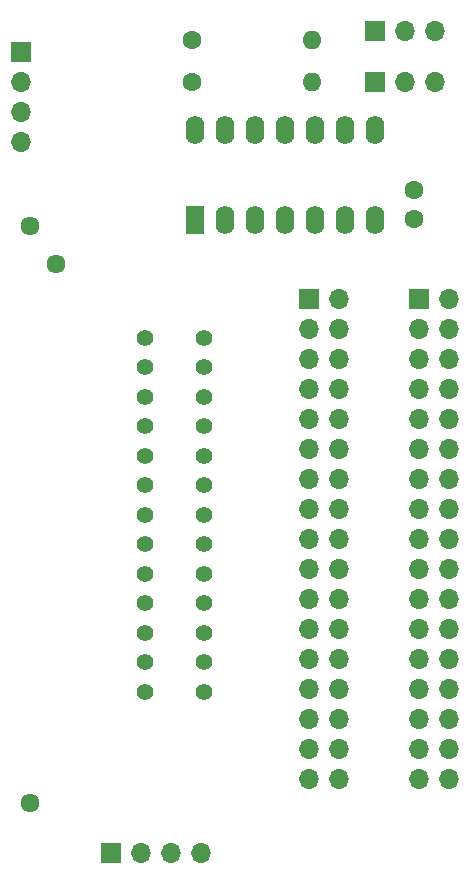
<source format=gbr>
%TF.GenerationSoftware,KiCad,Pcbnew,(5.1.10)-1*%
%TF.CreationDate,2024-05-08T08:20:22+02:00*%
%TF.ProjectId,KC85-FDD_IN,4b433835-2d46-4444-945f-494e2e6b6963,rev?*%
%TF.SameCoordinates,Original*%
%TF.FileFunction,Soldermask,Top*%
%TF.FilePolarity,Negative*%
%FSLAX46Y46*%
G04 Gerber Fmt 4.6, Leading zero omitted, Abs format (unit mm)*
G04 Created by KiCad (PCBNEW (5.1.10)-1) date 2024-05-08 08:20:22*
%MOMM*%
%LPD*%
G01*
G04 APERTURE LIST*
%ADD10O,1.600000X2.400000*%
%ADD11R,1.600000X2.400000*%
%ADD12O,1.600000X1.600000*%
%ADD13C,1.600000*%
%ADD14O,1.700000X1.700000*%
%ADD15R,1.700000X1.700000*%
%ADD16C,1.400000*%
%ADD17C,1.610000*%
G04 APERTURE END LIST*
D10*
%TO.C,U1*%
X112776000Y-88646000D03*
X128016000Y-96266000D03*
X115316000Y-88646000D03*
X125476000Y-96266000D03*
X117856000Y-88646000D03*
X122936000Y-96266000D03*
X120396000Y-88646000D03*
X120396000Y-96266000D03*
X122936000Y-88646000D03*
X117856000Y-96266000D03*
X125476000Y-88646000D03*
X115316000Y-96266000D03*
X128016000Y-88646000D03*
D11*
X112776000Y-96266000D03*
%TD*%
D12*
%TO.C,R2*%
X122682000Y-81026000D03*
D13*
X112522000Y-81026000D03*
%TD*%
D12*
%TO.C,R1*%
X122682000Y-84582000D03*
D13*
X112522000Y-84582000D03*
%TD*%
D14*
%TO.C,J7*%
X133096000Y-80264000D03*
X130556000Y-80264000D03*
D15*
X128016000Y-80264000D03*
%TD*%
D14*
%TO.C,J6*%
X133096000Y-84582000D03*
X130556000Y-84582000D03*
D15*
X128016000Y-84582000D03*
%TD*%
D14*
%TO.C,J5*%
X113284000Y-149860000D03*
X110744000Y-149860000D03*
X108204000Y-149860000D03*
D15*
X105664000Y-149860000D03*
%TD*%
D14*
%TO.C,J4*%
X134292000Y-143566000D03*
X131752000Y-143566000D03*
X134292000Y-141026000D03*
X131752000Y-141026000D03*
X134292000Y-138486000D03*
X131752000Y-138486000D03*
X134292000Y-135946000D03*
X131752000Y-135946000D03*
X134292000Y-133406000D03*
X131752000Y-133406000D03*
X134292000Y-130866000D03*
X131752000Y-130866000D03*
X134292000Y-128326000D03*
X131752000Y-128326000D03*
X134292000Y-125786000D03*
X131752000Y-125786000D03*
X134292000Y-123246000D03*
X131752000Y-123246000D03*
X134292000Y-120706000D03*
X131752000Y-120706000D03*
X134292000Y-118166000D03*
X131752000Y-118166000D03*
X134292000Y-115626000D03*
X131752000Y-115626000D03*
X134292000Y-113086000D03*
X131752000Y-113086000D03*
X134292000Y-110546000D03*
X131752000Y-110546000D03*
X134292000Y-108006000D03*
X131752000Y-108006000D03*
X134292000Y-105466000D03*
X131752000Y-105466000D03*
X134292000Y-102926000D03*
D15*
X131752000Y-102926000D03*
%TD*%
D14*
%TO.C,J2*%
X98044000Y-89662000D03*
X98044000Y-87122000D03*
X98044000Y-84582000D03*
D15*
X98044000Y-82042000D03*
%TD*%
D13*
%TO.C,C1*%
X131318000Y-96226000D03*
X131318000Y-93726000D03*
%TD*%
D16*
%TO.C,J1*%
X108512000Y-136224000D03*
X108512000Y-133724000D03*
X108512000Y-131224000D03*
X108512000Y-128724000D03*
X108512000Y-126224000D03*
X108512000Y-123724000D03*
X108512000Y-121224000D03*
X108512000Y-118724000D03*
X108512000Y-116224000D03*
X108512000Y-113724000D03*
X108512000Y-111224000D03*
X108512000Y-108724000D03*
X108512000Y-106224000D03*
X113512000Y-136224000D03*
X113512000Y-133724000D03*
X113512000Y-131224000D03*
X113512000Y-128724000D03*
X113512000Y-126224000D03*
X113512000Y-123724000D03*
X113512000Y-121224000D03*
X113512000Y-118724000D03*
X113512000Y-116224000D03*
X113512000Y-113724000D03*
X113512000Y-111224000D03*
X113512000Y-108724000D03*
X113512000Y-106224000D03*
D17*
X101012000Y-99974000D03*
X98780600Y-145669000D03*
X98780600Y-96774000D03*
%TD*%
D14*
%TO.C,J3*%
X124967000Y-143645001D03*
X122427000Y-143645001D03*
X124967000Y-141105001D03*
X122427000Y-141105001D03*
X124967000Y-138565001D03*
X122427000Y-138565001D03*
X124967000Y-136025001D03*
X122427000Y-136025001D03*
X124967000Y-133485001D03*
X122427000Y-133485001D03*
X124967000Y-130945001D03*
X122427000Y-130945001D03*
X124967000Y-128405001D03*
X122427000Y-128405001D03*
X124967000Y-125865001D03*
X122427000Y-125865001D03*
X124967000Y-123325001D03*
X122427000Y-123325001D03*
X124967000Y-120785001D03*
X122427000Y-120785001D03*
X124967000Y-118245001D03*
X122427000Y-118245001D03*
X124967000Y-115705001D03*
X122427000Y-115705001D03*
X124967000Y-113165001D03*
X122427000Y-113165001D03*
X124967000Y-110625001D03*
X122427000Y-110625001D03*
X124967000Y-108085001D03*
X122427000Y-108085001D03*
X124967000Y-105545001D03*
X122427000Y-105545001D03*
X124967000Y-103005001D03*
D15*
X122427000Y-103005001D03*
%TD*%
M02*

</source>
